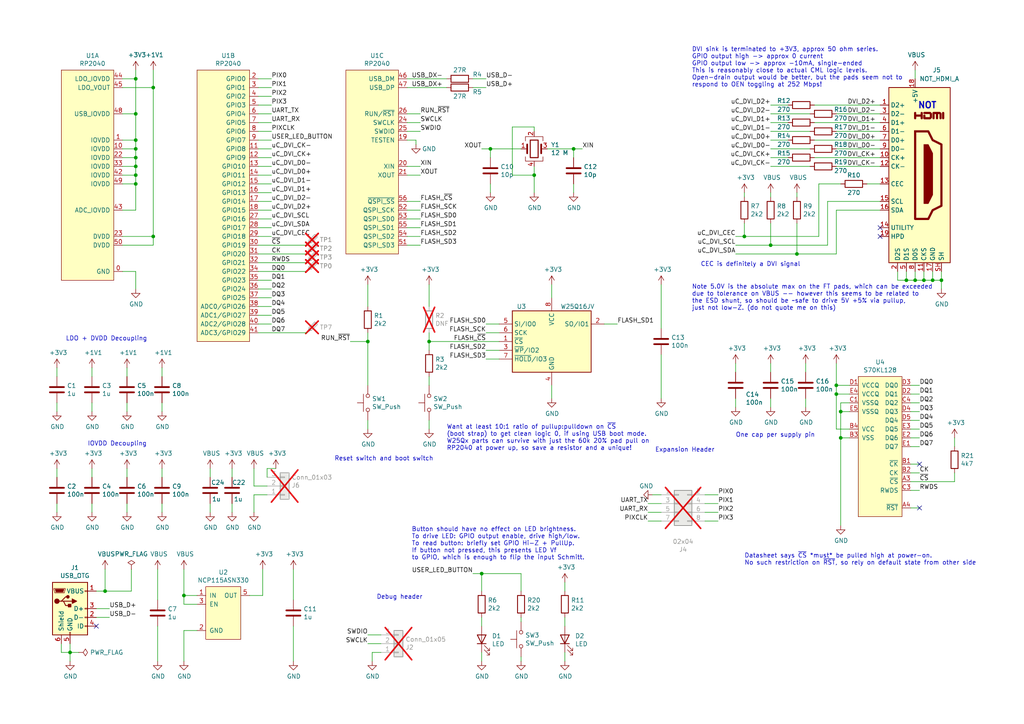
<source format=kicad_sch>
(kicad_sch (version 20231120) (generator "eeschema") (generator_version "8.0")
  (paper "A4")
  (title_block (title "PicoDVI") (date "2020-06-23") (rev "C") (company "Luke Wren") (comment 1 "but it's worth a try") (comment 2 "This is utterly cursed and probably won't ever work"))
  (junction (at 270.51 81.28))
  (junction (at 154.94 50.8))
  (junction (at 242.57 114.3))
  (junction (at 39.37 50.8))
  (junction (at 242.57 111.76))
  (junction (at 124.46 99.06))
  (junction (at 39.37 48.26))
  (junction (at 53.34 172.72))
  (junction (at 267.97 81.28))
  (junction (at 265.43 81.28))
  (junction (at 39.37 43.18))
  (junction (at 142.24 43.18))
  (junction (at 44.45 68.58))
  (junction (at 231.14 73.66))
  (junction (at 243.84 119.38))
  (junction (at 215.9 68.58))
  (junction (at 39.37 45.72))
  (junction (at 20.32 189.23))
  (junction (at 44.45 25.4))
  (junction (at 243.84 127))
  (junction (at 39.37 33.02))
  (junction (at 39.37 40.64))
  (junction (at 273.05 81.28))
  (junction (at 262.89 81.28))
  (junction (at 166.37 43.18))
  (junction (at 139.7 166.37))
  (junction (at 30.48 171.45))
  (junction (at 106.68 99.06))
  (junction (at 39.37 53.34))
  (junction (at 223.52 71.12))
  (junction (at 39.37 22.86))
  (no_connect (at 266.7 134.62))
  (no_connect (at 27.94 181.61))
  (no_connect (at 255.27 66.04))
  (no_connect (at 266.7 147.32))
  (no_connect (at 255.27 68.58))
  (wire (pts (xy 74.93 76.2) (xy 88.9 76.2)))
  (wire (pts (xy 106.68 186.69) (xy 110.49 186.69)))
  (wire (pts (xy 213.36 71.12) (xy 223.52 71.12)))
  (wire (pts (xy 191.77 148.59) (xy 187.96 148.59)))
  (wire (pts (xy 74.93 48.26) (xy 78.74 48.26)))
  (wire (pts (xy 38.1 165.1) (xy 38.1 171.45)))
  (wire (pts (xy 264.16 124.46) (xy 266.7 124.46)))
  (wire (pts (xy 26.67 146.05) (xy 26.67 148.59)))
  (wire (pts (xy 204.47 148.59) (xy 208.28 148.59)))
  (wire (pts (xy 39.37 78.74) (xy 39.37 83.82)))
  (wire (pts (xy 53.34 175.26) (xy 57.15 175.26)))
  (wire (pts (xy 16.51 146.05) (xy 16.51 148.59)))
  (wire (pts (xy 228.6 45.72) (xy 223.52 45.72)))
  (wire (pts (xy 144.78 104.14) (xy 140.97 104.14)))
  (wire (pts (xy 264.16 129.54) (xy 266.7 129.54)))
  (wire (pts (xy 36.83 138.43) (xy 36.83 135.89)))
  (wire (pts (xy 204.47 151.13) (xy 208.28 151.13)))
  (wire (pts (xy 242.57 124.46) (xy 246.38 124.46)))
  (wire (pts (xy 158.75 43.18) (xy 166.37 43.18)))
  (wire (pts (xy 118.11 68.58) (xy 121.92 68.58)))
  (wire (pts (xy 160.02 86.36) (xy 160.02 82.55)))
  (wire (pts (xy 106.68 184.15) (xy 110.49 184.15)))
  (wire (pts (xy 264.16 127) (xy 266.7 127)))
  (wire (pts (xy 35.56 45.72) (xy 39.37 45.72)))
  (wire (pts (xy 73.66 140.97) (xy 77.47 140.97)))
  (wire (pts (xy 46.99 109.22) (xy 46.99 106.68)))
  (wire (pts (xy 264.16 139.7) (xy 276.86 139.7)))
  (wire (pts (xy 74.93 88.9) (xy 78.74 88.9)))
  (wire (pts (xy 74.93 71.12) (xy 88.9 71.12)))
  (wire (pts (xy 276.86 139.7) (xy 276.86 137.16)))
  (wire (pts (xy 27.94 176.53) (xy 31.75 176.53)))
  (wire (pts (xy 35.56 22.86) (xy 39.37 22.86)))
  (wire (pts (xy 124.46 109.22) (xy 124.46 111.76)))
  (wire (pts (xy 74.93 25.4) (xy 78.74 25.4)))
  (wire (pts (xy 236.22 30.48) (xy 255.27 30.48)))
  (wire (pts (xy 231.14 64.77) (xy 231.14 73.66)))
  (wire (pts (xy 237.49 53.34) (xy 237.49 68.58)))
  (wire (pts (xy 255.27 38.1) (xy 242.57 38.1)))
  (wire (pts (xy 151.13 190.5) (xy 151.13 191.77)))
  (wire (pts (xy 228.6 40.64) (xy 223.52 40.64)))
  (wire (pts (xy 234.95 33.02) (xy 223.52 33.02)))
  (wire (pts (xy 74.93 53.34) (xy 78.74 53.34)))
  (wire (pts (xy 46.99 138.43) (xy 46.99 135.89)))
  (wire (pts (xy 223.52 55.88) (xy 223.52 57.15)))
  (wire (pts (xy 215.9 64.77) (xy 215.9 68.58)))
  (wire (pts (xy 118.11 50.8) (xy 121.92 50.8)))
  (wire (pts (xy 74.93 83.82) (xy 78.74 83.82)))
  (wire (pts (xy 234.95 38.1) (xy 223.52 38.1)))
  (wire (pts (xy 60.96 146.05) (xy 60.96 148.59)))
  (wire (pts (xy 73.66 135.89) (xy 73.66 140.97)))
  (wire (pts (xy 74.93 40.64) (xy 78.74 40.64)))
  (wire (pts (xy 39.37 40.64) (xy 39.37 43.18)))
  (wire (pts (xy 26.67 116.84) (xy 26.67 119.38)))
  (wire (pts (xy 74.93 58.42) (xy 78.74 58.42)))
  (wire (pts (xy 36.83 146.05) (xy 36.83 148.59)))
  (wire (pts (xy 60.96 138.43) (xy 60.96 135.89)))
  (wire (pts (xy 74.93 60.96) (xy 78.74 60.96)))
  (wire (pts (xy 74.93 63.5) (xy 78.74 63.5)))
  (wire (pts (xy 45.72 165.1) (xy 45.72 173.99)))
  (wire (pts (xy 44.45 71.12) (xy 44.45 68.58)))
  (wire (pts (xy 20.32 189.23) (xy 22.86 189.23)))
  (wire (pts (xy 124.46 99.06) (xy 124.46 101.6)))
  (wire (pts (xy 140.97 25.4) (xy 137.16 25.4)))
  (wire (pts (xy 148.59 36.83) (xy 148.59 50.8)))
  (wire (pts (xy 106.68 99.06) (xy 101.6 99.06)))
  (wire (pts (xy 57.15 182.88) (xy 53.34 182.88)))
  (wire (pts (xy 124.46 99.06) (xy 144.78 99.06)))
  (wire (pts (xy 16.51 116.84) (xy 16.51 119.38)))
  (wire (pts (xy 151.13 179.07) (xy 151.13 180.34)))
  (wire (pts (xy 139.7 189.23) (xy 139.7 191.77)))
  (wire (pts (xy 124.46 121.92) (xy 124.46 124.46)))
  (wire (pts (xy 163.83 179.07) (xy 163.83 181.61)))
  (wire (pts (xy 39.37 60.96) (xy 35.56 60.96)))
  (wire (pts (xy 73.66 143.51) (xy 73.66 148.59)))
  (wire (pts (xy 264.16 137.16) (xy 266.7 137.16)))
  (wire (pts (xy 204.47 143.51) (xy 208.28 143.51)))
  (wire (pts (xy 246.38 116.84) (xy 243.84 116.84)))
  (wire (pts (xy 46.99 146.05) (xy 46.99 148.59)))
  (wire (pts (xy 35.56 53.34) (xy 39.37 53.34)))
  (wire (pts (xy 191.77 151.13) (xy 187.96 151.13)))
  (wire (pts (xy 204.47 146.05) (xy 208.28 146.05)))
  (wire (pts (xy 255.27 33.02) (xy 242.57 33.02)))
  (wire (pts (xy 74.93 45.72) (xy 78.74 45.72)))
  (wire (pts (xy 191.77 143.51) (xy 189.23 143.51)))
  (wire (pts (xy 223.52 118.11) (xy 223.52 115.57)))
  (wire (pts (xy 57.15 172.72) (xy 53.34 172.72)))
  (wire (pts (xy 39.37 22.86) (xy 39.37 20.32)))
  (wire (pts (xy 142.24 43.18) (xy 142.24 45.72)))
  (wire (pts (xy 144.78 93.98) (xy 140.97 93.98)))
  (wire (pts (xy 35.56 48.26) (xy 39.37 48.26)))
  (wire (pts (xy 36.83 109.22) (xy 36.83 106.68)))
  (wire (pts (xy 27.94 179.07) (xy 31.75 179.07)))
  (wire (pts (xy 35.56 33.02) (xy 39.37 33.02)))
  (wire (pts (xy 246.38 114.3) (xy 242.57 114.3)))
  (wire (pts (xy 151.13 166.37) (xy 151.13 171.45)))
  (wire (pts (xy 273.05 81.28) (xy 273.05 83.82)))
  (wire (pts (xy 255.27 43.18) (xy 242.57 43.18)))
  (wire (pts (xy 264.16 111.76) (xy 266.7 111.76)))
  (wire (pts (xy 163.83 171.45) (xy 163.83 168.91)))
  (wire (pts (xy 36.83 116.84) (xy 36.83 119.38)))
  (wire (pts (xy 53.34 172.72) (xy 53.34 175.26)))
  (wire (pts (xy 151.13 43.18) (xy 142.24 43.18)))
  (wire (pts (xy 233.68 107.95) (xy 233.68 105.41)))
  (wire (pts (xy 53.34 182.88) (xy 53.34 191.77)))
  (wire (pts (xy 118.11 25.4) (xy 129.54 25.4)))
  (wire (pts (xy 106.68 82.55) (xy 106.68 88.9)))
  (wire (pts (xy 44.45 68.58) (xy 35.56 68.58)))
  (wire (pts (xy 262.89 78.74) (xy 262.89 81.28)))
  (wire (pts (xy 20.32 186.69) (xy 20.32 189.23)))
  (wire (pts (xy 74.93 33.02) (xy 78.74 33.02)))
  (wire (pts (xy 118.11 58.42) (xy 121.92 58.42)))
  (wire (pts (xy 166.37 43.18) (xy 166.37 45.72)))
  (wire (pts (xy 260.35 81.28) (xy 262.89 81.28)))
  (wire (pts (xy 246.38 127) (xy 243.84 127)))
  (wire (pts (xy 74.93 86.36) (xy 78.74 86.36)))
  (wire (pts (xy 154.94 48.26) (xy 154.94 50.8)))
  (wire (pts (xy 74.93 93.98) (xy 78.74 93.98)))
  (wire (pts (xy 39.37 53.34) (xy 39.37 60.96)))
  (wire (pts (xy 77.47 135.89) (xy 77.47 138.43)))
  (wire (pts (xy 118.11 48.26) (xy 121.92 48.26)))
  (wire (pts (xy 233.68 118.11) (xy 233.68 115.57)))
  (wire (pts (xy 223.52 71.12) (xy 240.03 71.12)))
  (wire (pts (xy 270.51 78.74) (xy 270.51 81.28)))
  (wire (pts (xy 139.7 179.07) (xy 139.7 181.61)))
  (wire (pts (xy 236.22 35.56) (xy 255.27 35.56)))
  (wire (pts (xy 236.22 40.64) (xy 255.27 40.64)))
  (wire (pts (xy 20.32 189.23) (xy 20.32 191.77)))
  (wire (pts (xy 124.46 99.06) (xy 124.46 96.52)))
  (wire (pts (xy 106.68 121.92) (xy 106.68 124.46)))
  (wire (pts (xy 163.83 189.23) (xy 163.83 191.77)))
  (wire (pts (xy 85.09 165.1) (xy 85.09 173.99)))
  (wire (pts (xy 213.36 105.41) (xy 213.36 107.95)))
  (wire (pts (xy 118.11 40.64) (xy 120.65 40.64)))
  (wire (pts (xy 67.31 146.05) (xy 67.31 148.59)))
  (wire (pts (xy 255.27 58.42) (xy 240.03 58.42)))
  (wire (pts (xy 265.43 78.74) (xy 265.43 81.28)))
  (wire (pts (xy 80.01 135.89) (xy 77.47 135.89)))
  (wire (pts (xy 39.37 43.18) (xy 35.56 43.18)))
  (wire (pts (xy 243.84 116.84) (xy 243.84 119.38)))
  (wire (pts (xy 74.93 68.58) (xy 78.74 68.58)))
  (wire (pts (xy 191.77 82.55) (xy 191.77 95.25)))
  (wire (pts (xy 39.37 50.8) (xy 39.37 48.26)))
  (wire (pts (xy 120.65 40.64) (xy 120.65 41.91)))
  (wire (pts (xy 242.57 114.3) (xy 242.57 124.46)))
  (wire (pts (xy 106.68 99.06) (xy 106.68 111.76)))
  (wire (pts (xy 67.31 138.43) (xy 67.31 135.89)))
  (wire (pts (xy 106.68 96.52) (xy 106.68 99.06)))
  (wire (pts (xy 16.51 109.22) (xy 16.51 106.68)))
  (wire (pts (xy 243.84 127) (xy 243.84 152.4)))
  (wire (pts (xy 255.27 60.96) (xy 242.57 60.96)))
  (wire (pts (xy 234.95 43.18) (xy 223.52 43.18)))
  (wire (pts (xy 118.11 22.86) (xy 129.54 22.86)))
  (wire (pts (xy 264.16 119.38) (xy 266.7 119.38)))
  (wire (pts (xy 236.22 45.72) (xy 255.27 45.72)))
  (wire (pts (xy 74.93 22.86) (xy 78.74 22.86)))
  (wire (pts (xy 137.16 22.86) (xy 140.97 22.86)))
  (wire (pts (xy 246.38 119.38) (xy 243.84 119.38)))
  (wire (pts (xy 118.11 35.56) (xy 121.92 35.56)))
  (wire (pts (xy 231.14 55.88) (xy 231.14 57.15)))
  (wire (pts (xy 17.78 189.23) (xy 20.32 189.23)))
  (wire (pts (xy 44.45 20.32) (xy 44.45 25.4)))
  (wire (pts (xy 265.43 22.86) (xy 265.43 20.32)))
  (wire (pts (xy 27.94 171.45) (xy 30.48 171.45)))
  (wire (pts (xy 264.16 116.84) (xy 266.7 116.84)))
  (wire (pts (xy 243.84 53.34) (xy 237.49 53.34)))
  (wire (pts (xy 267.97 78.74) (xy 267.97 81.28)))
  (wire (pts (xy 16.51 138.43) (xy 16.51 135.89)))
  (wire (pts (xy 242.57 114.3) (xy 242.57 111.76)))
  (wire (pts (xy 267.97 81.28) (xy 270.51 81.28)))
  (wire (pts (xy 74.93 38.1) (xy 78.74 38.1)))
  (wire (pts (xy 26.67 109.22) (xy 26.67 106.68)))
  (wire (pts (xy 175.26 93.98) (xy 179.07 93.98)))
  (wire (pts (xy 270.51 81.28) (xy 273.05 81.28)))
  (wire (pts (xy 273.05 78.74) (xy 273.05 81.28)))
  (wire (pts (xy 107.95 189.23) (xy 107.95 191.77)))
  (wire (pts (xy 39.37 45.72) (xy 39.37 43.18)))
  (wire (pts (xy 118.11 38.1) (xy 121.92 38.1)))
  (wire (pts (xy 30.48 171.45) (xy 30.48 165.1)))
  (wire (pts (xy 74.93 73.66) (xy 88.9 73.66)))
  (wire (pts (xy 74.93 35.56) (xy 78.74 35.56)))
  (wire (pts (xy 35.56 40.64) (xy 39.37 40.64)))
  (wire (pts (xy 240.03 58.42) (xy 240.03 71.12)))
  (wire (pts (xy 118.11 60.96) (xy 121.92 60.96)))
  (wire (pts (xy 35.56 50.8) (xy 39.37 50.8)))
  (wire (pts (xy 264.16 142.24) (xy 266.7 142.24)))
  (wire (pts (xy 74.93 30.48) (xy 78.74 30.48)))
  (wire (pts (xy 118.11 71.12) (xy 121.92 71.12)))
  (wire (pts (xy 35.56 78.74) (xy 39.37 78.74)))
  (wire (pts (xy 74.93 50.8) (xy 78.74 50.8)))
  (wire (pts (xy 139.7 166.37) (xy 139.7 171.45)))
  (wire (pts (xy 74.93 27.94) (xy 78.74 27.94)))
  (wire (pts (xy 228.6 30.48) (xy 223.52 30.48)))
  (wire (pts (xy 154.94 36.83) (xy 148.59 36.83)))
  (wire (pts (xy 26.67 138.43) (xy 26.67 135.89)))
  (wire (pts (xy 74.93 91.44) (xy 78.74 91.44)))
  (wire (pts (xy 264.16 134.62) (xy 266.7 134.62)))
  (wire (pts (xy 154.94 38.1) (xy 154.94 36.83)))
  (wire (pts (xy 74.93 81.28) (xy 78.74 81.28)))
  (wire (pts (xy 73.66 143.51) (xy 77.47 143.51)))
  (wire (pts (xy 215.9 55.88) (xy 215.9 57.15)))
  (wire (pts (xy 142.24 43.18) (xy 139.7 43.18)))
  (wire (pts (xy 160.02 111.76) (xy 160.02 115.57)))
  (wire (pts (xy 39.37 50.8) (xy 39.37 53.34)))
  (wire (pts (xy 265.43 81.28) (xy 267.97 81.28)))
  (wire (pts (xy 246.38 111.76) (xy 242.57 111.76)))
  (wire (pts (xy 144.78 96.52) (xy 140.97 96.52)))
  (wire (pts (xy 17.78 186.69) (xy 17.78 189.23)))
  (wire (pts (xy 118.11 66.04) (xy 121.92 66.04)))
  (wire (pts (xy 242.57 111.76) (xy 242.57 105.41)))
  (wire (pts (xy 242.57 60.96) (xy 242.57 73.66)))
  (wire (pts (xy 39.37 22.86) (xy 39.37 33.02)))
  (wire (pts (xy 44.45 25.4) (xy 35.56 25.4)))
  (wire (pts (xy 242.57 73.66) (xy 231.14 73.66)))
  (wire (pts (xy 166.37 43.18) (xy 168.91 43.18)))
  (wire (pts (xy 35.56 71.12) (xy 44.45 71.12)))
  (wire (pts (xy 45.72 181.61) (xy 45.72 191.77)))
  (wire (pts (xy 213.36 115.57) (xy 213.36 118.11)))
  (wire (pts (xy 38.1 171.45) (xy 30.48 171.45)))
  (wire (pts (xy 46.99 116.84) (xy 46.99 119.38)))
  (wire (pts (xy 191.77 146.05) (xy 187.96 146.05)))
  (wire (pts (xy 110.49 189.23) (xy 107.95 189.23)))
  (wire (pts (xy 44.45 25.4) (xy 44.45 68.58)))
  (wire (pts (xy 154.94 50.8) (xy 154.94 55.88)))
  (wire (pts (xy 264.16 147.32) (xy 266.7 147.32)))
  (wire (pts (xy 39.37 33.02) (xy 39.37 40.64)))
  (wire (pts (xy 74.93 43.18) (xy 78.74 43.18)))
  (wire (pts (xy 139.7 166.37) (xy 151.13 166.37)))
  (wire (pts (xy 124.46 88.9) (xy 124.46 82.55)))
  (wire (pts (xy 118.11 33.02) (xy 121.92 33.02)))
  (wire (pts (xy 76.2 172.72) (xy 76.2 165.1)))
  (wire (pts (xy 213.36 68.58) (xy 215.9 68.58)))
  (wire (pts (xy 228.6 35.56) (xy 223.52 35.56)))
  (wire (pts (xy 74.93 66.04) (xy 78.74 66.04)))
  (wire (pts (xy 74.93 96.52) (xy 88.9 96.52)))
  (wire (pts (xy 255.27 48.26) (xy 242.57 48.26)))
  (wire (pts (xy 166.37 53.34) (xy 166.37 55.88)))
  (wire (pts (xy 234.95 48.26) (xy 223.52 48.26)))
  (wire (pts (xy 276.86 129.54) (xy 276.86 127)))
  (wire (pts (xy 264.16 121.92) (xy 266.7 121.92)))
  (wire (pts (xy 85.09 181.61) (xy 85.09 191.77)))
  (wire (pts (xy 223.52 107.95) (xy 223.52 105.41)))
  (wire (pts (xy 237.49 68.58) (xy 215.9 68.58)))
  (wire (pts (xy 118.11 63.5) (xy 121.92 63.5)))
  (wire (pts (xy 53.34 172.72) (xy 53.34 165.1)))
  (wire (pts (xy 260.35 78.74) (xy 260.35 81.28)))
  (wire (pts (xy 231.14 73.66) (xy 213.36 73.66)))
  (wire (pts (xy 262.89 81.28) (xy 265.43 81.28)))
  (wire (pts (xy 223.52 64.77) (xy 223.52 71.12)))
  (wire (pts (xy 148.59 50.8) (xy 154.94 50.8)))
  (wire (pts (xy 264.16 114.3) (xy 266.7 114.3)))
  (wire (pts (xy 72.39 172.72) (xy 76.2 172.72)))
  (wire (pts (xy 74.93 55.88) (xy 78.74 55.88)))
  (wire (pts (xy 39.37 48.26) (xy 39.37 45.72)))
  (wire (pts (xy 191.77 102.87) (xy 191.77 115.57)))
  (wire (pts (xy 142.24 53.34) (xy 142.24 55.88)))
  (wire (pts (xy 139.7 166.37) (xy 137.16 166.37)))
  (wire (pts (xy 74.93 78.74) (xy 88.9 78.74)))
  (wire (pts (xy 243.84 119.38) (xy 243.84 127)))
  (wire (pts (xy 255.27 53.34) (xy 251.46 53.34)))
  (wire (pts (xy 144.78 101.6) (xy 140.97 101.6)))
  (text "Reset switch and boot switch" (at 125.73 133.858 0) (effects (font (size 1.27 1.27)) (justify right bottom)))
  (text "DVI sink is terminated to +3V3, approx 50 ohm series.\nGPIO output high -> approx 0 current\nGPIO output low -> approx -10mA, single-ended\nThis is reasonably close to actual CML logic levels.\nOpen-drain output would be better, but the pads seem not to\nrespond to OEN toggling at 252 Mbps!" (at 200.66 25.4 0) (effects (font (size 1.27 1.27)) (justify left bottom)))
  (text "Note 5.0V is the absolute max on the FT pads, which can be exceeded\ndue to tolerance on VBUS -- however this seems to be related to\nthe ESD shunt, so should be ~safe to drive 5V +5% via pullup,\njust not low-Z. (do not quote me on this)" (at 200.66 90.17 0) (effects (font (size 1.27 1.27)) (justify left bottom)))
  (text "Expansion Header" (at 189.992 131.318 0) (effects (font (size 1.27 1.27)) (justify left bottom)))
  (text "CEC is definitely a DVI signal" (at 203.2 77.47 0) (effects (font (size 1.27 1.27)) (justify left bottom)))
  (text "Debug header" (at 109.22 173.99 0) (effects (font (size 1.27 1.27)) (justify left bottom)))
  (text "One cap per supply pin" (at 213.36 127 0) (effects (font (size 1.27 1.27)) (justify left bottom)))
  (text "Button should have no effect on LED brightness.\nTo drive LED: GPIO output enable, drive high/low.\nTo read button: briefly set GPIO Hi-Z + PullUp.\nIf button not pressed, this presents LED Vf\nto GPIO, which is enough to flip the input Schmitt." (at 119.38 162.56 0) (effects (font (size 1.27 1.27)) (justify left bottom)))
  (text "NOT" (at 271.78 31.75 0) (effects (font (size 1.8034 1.8034) (thickness 0.3607) (bold yes)) (justify right bottom)))
  (text "IOVDD Decoupling" (at 25.4 129.54 0) (effects (font (size 1.27 1.27)) (justify left bottom)))
  (text "Want at least 10:1 ratio of pullup:pulldown on ~{CS}\n(boot strap) to get clean logic 0, if using USB boot mode.\nW25Qx parts can survive with just the 60k 20% pad pull on\nRP2040 at power up, so save a resistor and a unique!" (at 129.54 130.81 0) (effects (font (size 1.27 1.27)) (justify left bottom)))
  (text "LDO + DVDD Decoupling" (at 19.05 99.06 0) (effects (font (size 1.27 1.27)) (justify left bottom)))
  (text "Datasheet says ~{CS} *must* be pulled high at power-on.\nNo such restriction on ~{RST}, so rely on default state from other side" (at 215.9 164.084 0) (effects (font (size 1.27 1.27)) (justify left bottom)))
  (label "DQ3" (at 266.7 119.38 0))
  (label "XOUT" (at 139.7 43.18 180))
  (label "PIX3" (at 208.28 151.13 0))
  (label "uC_DVI_D1-" (at 223.52 38.1 180))
  (label "DVI_D1-" (at 254 38.1 180))
  (label "DQ3" (at 78.74 86.36 0))
  (label "DQ2" (at 78.74 83.82 0))
  (label "uC_DVI_D2+" (at 78.74 60.96 0))
  (label "FLASH_SD2" (at 140.97 101.6 180))
  (label "RWDS" (at 266.7 142.24 0))
  (label "PIX2" (at 78.74 27.94 0))
  (label "PIX1" (at 208.28 146.05 0))
  (label "uC_DVI_SCL" (at 78.74 63.5 0))
  (label "uC_DVI_CK+" (at 223.52 45.72 180))
  (label "FLASH_~{CS}" (at 140.97 99.06 180))
  (label "FLASH_~{CS}" (at 121.92 58.42 0))
  (label "uC_DVI_SDA" (at 78.74 66.04 0))
  (label "FLASH_SCK" (at 121.92 60.96 0))
  (label "FLASH_SCK" (at 140.97 96.52 180))
  (label "PIX1" (at 78.74 25.4 0))
  (label "PIXCLK" (at 187.96 151.13 180))
  (label "uC_DVI_CK-" (at 78.74 43.18 0))
  (label "DQ6" (at 78.74 93.98 0))
  (label "DQ0" (at 78.74 78.74 0))
  (label "uC_DVI_D2-" (at 223.52 33.02 180))
  (label "uC_DVI_CEC" (at 213.36 68.58 180))
  (label "DVI_D1+" (at 254 35.56 180))
  (label "DQ7" (at 78.74 96.52 0))
  (label "DQ4" (at 266.7 121.92 0))
  (label "DQ4" (at 78.74 88.9 0))
  (label "FLASH_SD0" (at 140.97 93.98 180))
  (label "uC_DVI_D1+" (at 223.52 35.56 180))
  (label "DVI_D2+" (at 254 30.48 180))
  (label "USER_LED_BUTTON" (at 137.16 166.37 180))
  (label "RUN_~{RST}" (at 121.92 33.02 0))
  (label "DQ5" (at 266.7 124.46 0))
  (label "PIX0" (at 78.74 22.86 0))
  (label "USB_D-" (at 140.97 22.86 0))
  (label "FLASH_SD0" (at 121.92 63.5 0))
  (label "DVI_D0-" (at 254 43.18 180))
  (label "DQ7" (at 266.7 129.54 0))
  (label "SWCLK" (at 106.68 186.69 180))
  (label "uC_DVI_CEC" (at 78.74 68.58 0))
  (label "~{CS}" (at 78.74 71.12 0))
  (label "DQ0" (at 266.7 111.76 0))
  (label "uC_DVI_SDA" (at 213.36 73.66 180))
  (label "uC_DVI_D1-" (at 78.74 53.34 0))
  (label "XIN" (at 168.91 43.18 0))
  (label "uC_DVI_D0+" (at 78.74 50.8 0))
  (label "FLASH_SD1" (at 179.07 93.98 0))
  (label "CK" (at 78.74 73.66 0))
  (label "USB_DX-" (at 119.38 22.86 0))
  (label "uC_DVI_D0-" (at 223.52 43.18 180))
  (label "DVI_D0+" (at 254 40.64 180))
  (label "uC_DVI_SCL" (at 213.36 71.12 180))
  (label "USB_DX+" (at 119.38 25.4 0))
  (label "SWDIO" (at 106.68 184.15 180))
  (label "DQ6" (at 266.7 127 0))
  (label "USB_D+" (at 31.75 176.53 0))
  (label "FLASH_SD3" (at 140.97 104.14 180))
  (label "DQ2" (at 266.7 116.84 0))
  (label "uC_DVI_D1+" (at 78.74 55.88 0))
  (label "~{CS}" (at 266.7 139.7 0))
  (label "uC_DVI_D0-" (at 78.74 48.26 0))
  (label "RUN_~{RST}" (at 101.6 99.06 180))
  (label "uC_DVI_CK-" (at 223.52 48.26 180))
  (label "SWDIO" (at 121.92 38.1 0))
  (label "USB_D-" (at 31.75 179.07 0))
  (label "UART_TX" (at 187.96 146.05 180))
  (label "FLASH_SD1" (at 121.92 66.04 0))
  (label "DQ1" (at 78.74 81.28 0))
  (label "FLASH_SD3" (at 121.92 71.12 0))
  (label "UART_RX" (at 187.96 148.59 180))
  (label "uC_DVI_D2+" (at 223.52 30.48 180))
  (label "DVI_CK+" (at 254 45.72 180))
  (label "PIX0" (at 208.28 143.51 0))
  (label "uC_DVI_CK+" (at 78.74 45.72 0))
  (label "USB_D+" (at 140.97 25.4 0))
  (label "DVI_D2-" (at 254 33.02 180))
  (label "PIXCLK" (at 78.74 38.1 0))
  (label "FLASH_SD2" (at 121.92 68.58 0))
  (label "PIX3" (at 78.74 30.48 0))
  (label "RWDS" (at 78.74 76.2 0))
  (label "DVI_CK-" (at 254 48.26 180))
  (label "UART_TX" (at 78.74 33.02 0))
  (label "XOUT" (at 121.92 50.8 0))
  (label "XIN" (at 121.92 48.26 0))
  (label "DQ5" (at 78.74 91.44 0))
  (label "USER_LED_BUTTON" (at 78.74 40.64 0))
  (label "uC_DVI_D0+" (at 223.52 40.64 180))
  (label "SWCLK" (at 121.92 35.56 0))
  (label "DQ1" (at 266.7 114.3 0))
  (label "PIX2" (at 208.28 148.59 0))
  (label "UART_RX" (at 78.74 35.56 0))
  (label "uC_DVI_D2-" (at 78.74 58.42 0))
  (label "CK" (at 266.7 137.16 0))
  (symbol (lib_id "protoB-rescue:Pico2040-picodvi") (at 25.4 20.32 0) (unit 1)
    (property "Reference" "U1" (at 26.8224 16.129 0))
    (property "Value" "RP2040" (at 26.8224 18.4404 0))
    (property "Footprint" "picodvi:QFN-56_EP_7x7_Pitch0.4mm" (effects (hide yes)))
    (property "Datasheet" "https://www.mouser.pl/datasheet/2/635/rp2040_datasheet-3048960.pdf" (effects (hide yes)))
    (property "Distributor Link" "https://mou.sr/3yzMLAh" (effects (hide yes)))
    (property "Manuf. PN" "SC0914(13)" (effects (hide yes)))
    (property "Manufacturer" "Raspberry Pi" (effects (hide yes)))
  )
  (symbol (lib_id "protoB-rescue:Pico2040-picodvi") (at 64.77 20.32 0) (unit 2)
    (property "Reference" "U1" (at 66.1924 16.129 0))
    (property "Value" "RP2040" (at 66.1924 18.4404 0))
    (property "Footprint" "picodvi:QFN-56_EP_7x7_Pitch0.4mm" (effects (hide yes)))
    (property "Datasheet" "https://www.mouser.pl/datasheet/2/635/rp2040_datasheet-3048960.pdf" (effects (hide yes)))
    (property "Distributor Link" "https://mou.sr/3yzMLAh" (effects (hide yes)))
    (property "Manuf. PN" "SC0914(13)" (effects (hide yes)))
    (property "Manufacturer" "Raspberry Pi" (effects (hide yes)))
  )
  (symbol (lib_id "protoB-rescue:Pico2040-picodvi") (at 107.95 20.32 0) (unit 3)
    (property "Reference" "U1" (at 109.3724 16.129 0))
    (property "Value" "RP2040" (at 109.3724 18.4404 0))
    (property "Footprint" "picodvi:QFN-56_EP_7x7_Pitch0.4mm" (effects (hide yes)))
    (property "Datasheet" "https://www.mouser.pl/datasheet/2/635/rp2040_datasheet-3048960.pdf" (effects (hide yes)))
    (property "Distributor Link" "https://mou.sr/3yzMLAh" (effects (hide yes)))
    (property "Manuf. PN" "SC0914(13)" (effects (hide yes)))
    (property "Manufacturer" "Raspberry Pi" (effects (hide yes)))
  )
  (symbol (lib_id "Connector:HDMI_A") (at 265.43 50.8 0) (unit 1)
    (property "Reference" "J5" (at 270.51 20.32 0) (effects (justify left)))
    (property "Value" "NOT_HDMI_A" (at 266.7 22.86 0) (effects (justify left)))
    (property "Footprint" "picodvi:HDMI-SS-53000" (effects (hide yes)))
    (property "Datasheet" "https://www.mouser.pl/datasheet/2/643/dr_stw_ss_53000_001-1659723.pdf" (effects (hide yes)))
    (property "Distributor Link" "https://mou.sr/3yy3Z0K" (effects (hide yes)))
    (property "Manuf. PN" "SS-53000-001" (effects (hide yes)))
    (property "Manufacturer" "Stewart Connector / Bel" (effects (hide yes)))
  )
  (symbol (lib_id "protoB-rescue:VBUS-power") (at 265.43 20.32 0) (unit 1)
    (property "Reference" "#PWR0101" (effects (hide yes)))
    (property "Value" "VBUS" (at 265.811 15.9258 0))
  )
  (symbol (lib_id "protoB-rescue:GND-power") (at 273.05 83.82 0) (unit 1)
    (property "Reference" "#PWR0102" (effects (hide yes)))
    (property "Value" "GND" (at 273.177 88.2142 0))
  )
  (symbol (lib_id "Device:R") (at 247.65 53.34 270) (unit 1)
    (property "Reference" "R10" (at 247.65 50.8 90))
    (property "Value" "270" (at 247.65 55.88 90))
    (property "Footprint" "Resistor_SMD:R_0402_1005Metric" (effects (hide yes)))
    (property "Datasheet" "https://www.mouser.pl/datasheet/2/315/AOA0000C301-1488782.pdf" (effects (hide yes)))
    (property "Distributor Link" "https://mou.sr/3R2dc7N" (effects (hide yes)))
    (property "Manuf. PN" "ERJ-2GEJ271X" (effects (hide yes)))
    (property "Manufacturer" "Panasonic" (effects (hide yes)))
  )
  (symbol (lib_id "Device:R") (at 231.14 60.96 0) (unit 1)
    (property "Reference" "R9" (at 232.918 59.7916 0) (effects (justify left)))
    (property "Value" "2k2" (at 232.918 62.103 0) (effects (justify left)))
    (property "Footprint" "Resistor_SMD:R_0402_1005Metric" (effects (hide yes)))
    (property "Datasheet" "https://www.mouser.pl/datasheet/2/315/AOA0000C301-1488782.pdf" (effects (hide yes)))
    (property "Distributor Link" "https://mou.sr/3Ko4NYx" (effects (hide yes)))
    (property "Manuf. PN" "ERJ-2GEJ222X" (effects (hide yes)))
    (property "Manufacturer" "Panasonic" (effects (hide yes)))
  )
  (symbol (lib_id "Device:R") (at 223.52 60.96 0) (unit 1)
    (property "Reference" "R8" (at 225.298 59.7916 0) (effects (justify left)))
    (property "Value" "2k2" (at 225.298 62.103 0) (effects (justify left)))
    (property "Footprint" "Resistor_SMD:R_0402_1005Metric" (effects (hide yes)))
    (property "Datasheet" "https://www.mouser.pl/datasheet/2/315/AOA0000C301-1488782.pdf" (effects (hide yes)))
    (property "Distributor Link" "https://mou.sr/3Ko4NYx" (effects (hide yes)))
    (property "Manuf. PN" "ERJ-2GEJ222X" (effects (hide yes)))
    (property "Manufacturer" "Panasonic" (effects (hide yes)))
  )
  (symbol (lib_id "Device:R") (at 215.9 60.96 0) (unit 1)
    (property "Reference" "R7" (at 217.678 59.7916 0) (effects (justify left)))
    (property "Value" "2k2" (at 217.678 62.103 0) (effects (justify left)))
    (property "Footprint" "Resistor_SMD:R_0402_1005Metric" (effects (hide yes)))
    (property "Datasheet" "https://www.mouser.pl/datasheet/2/315/AOA0000C301-1488782.pdf" (effects (hide yes)))
    (property "Distributor Link" "https://mou.sr/3Ko4NYx" (effects (hide yes)))
    (property "Manuf. PN" "ERJ-2GEJ222X" (effects (hide yes)))
    (property "Manufacturer" "Panasonic" (effects (hide yes)))
  )
  (symbol (lib_id "protoB-rescue:+3V3-power") (at 215.9 55.88 0) (unit 1)
    (property "Reference" "#PWR0103" (effects (hide yes)))
    (property "Value" "+3V3" (at 216.281 51.4858 0))
  )
  (symbol (lib_id "protoB-rescue:+3V3-power") (at 39.37 20.32 0) (unit 1)
    (property "Reference" "#PWR0104" (effects (hide yes)))
    (property "Value" "+3V3" (at 39.751 15.9258 0))
  )
  (symbol (lib_id "protoB-rescue:+1V1-power") (at 44.45 20.32 0) (unit 1)
    (property "Reference" "#PWR0105" (effects (hide yes)))
    (property "Value" "+1V1" (at 44.831 15.9258 0))
  )
  (symbol (lib_id "protoB-rescue:GND-power") (at 39.37 83.82 0) (unit 1)
    (property "Reference" "#PWR0106" (effects (hide yes)))
    (property "Value" "GND" (at 39.497 88.2142 0))
  )
  (symbol (lib_id "protoB-rescue:GND-power") (at 120.65 41.91 0) (unit 1)
    (property "Reference" "#PWR0107" (effects (hide yes)))
    (property "Value" "GND" (at 124.46 43.18 0))
  )
  (symbol (lib_id "Device:C") (at 16.51 113.03 0) (unit 1)
    (property "Reference" "C1" (at 19.431 111.8616 0) (effects (justify left)))
    (property "Value" "1u" (at 19.431 114.173 0) (effects (justify left)))
    (property "Footprint" "Capacitor_SMD:C_0402_1005Metric" (effects (hide yes)))
    (property "Datasheet" "https://www.mouser.pl/datasheet/2/585/MLCC-1837944.pdf" (effects (hide yes)))
    (property "Distributor Link" "https://mou.sr/4bECjGk" (effects (hide yes)))
    (property "Manuf. PN" "CL05A105KP5NNNC" (effects (hide yes)))
    (property "Manufacturer" "Samsung Electro-Mechanics" (effects (hide yes)))
  )
  (symbol (lib_id "protoB-rescue:+3V3-power") (at 16.51 106.68 0) (unit 1)
    (property "Reference" "#PWR0108" (effects (hide yes)))
    (property "Value" "+3V3" (at 16.891 102.2858 0))
  )
  (symbol (lib_id "protoB-rescue:GND-power") (at 16.51 119.38 0) (unit 1)
    (property "Reference" "#PWR0109" (effects (hide yes)))
    (property "Value" "GND" (at 16.637 123.7742 0))
  )
  (symbol (lib_id "Device:C") (at 26.67 113.03 0) (unit 1)
    (property "Reference" "C3" (at 29.591 111.8616 0) (effects (justify left)))
    (property "Value" "1u" (at 29.591 114.173 0) (effects (justify left)))
    (property "Footprint" "Capacitor_SMD:C_0402_1005Metric" (effects (hide yes)))
    (property "Datasheet" "https://www.mouser.pl/datasheet/2/585/MLCC-1837944.pdf" (effects (hide yes)))
    (property "Distributor Link" "https://mou.sr/4bECjGk" (effects (hide yes)))
    (property "Manuf. PN" "CL05A105KP5NNNC" (effects (hide yes)))
    (property "Manufacturer" "Samsung Electro-Mechanics" (effects (hide yes)))
  )
  (symbol (lib_id "protoB-rescue:GND-power") (at 26.67 119.38 0) (unit 1)
    (property "Reference" "#PWR0110" (effects (hide yes)))
    (property "Value" "GND" (at 26.797 123.7742 0))
  )
  (symbol (lib_id "protoB-rescue:+1V1-power") (at 26.67 106.68 0) (unit 1)
    (property "Reference" "#PWR0111" (effects (hide yes)))
    (property "Value" "+1V1" (at 27.051 102.2858 0))
  )
  (symbol (lib_id "Device:C") (at 36.83 113.03 0) (unit 1)
    (property "Reference" "C5" (at 39.751 111.8616 0) (effects (justify left)))
    (property "Value" "100n" (at 39.751 114.173 0) (effects (justify left)))
    (property "Footprint" "Capacitor_SMD:C_0402_1005Metric" (effects (hide yes)))
    (property "Datasheet" "https://www.mouser.pl/datasheet/2/585/MLCC-1837944.pdf" (effects (hide yes)))
    (property "Distributor Link" "https://mou.sr/3KdZBGS" (effects (hide yes)))
    (property "Manuf. PN" "CL05A104KP5NNND" (effects (hide yes)))
    (property "Manufacturer" "Samsung Electro-Mechanics" (effects (hide yes)))
  )
  (symbol (lib_id "protoB-rescue:GND-power") (at 36.83 119.38 0) (unit 1)
    (property "Reference" "#PWR0112" (effects (hide yes)))
    (property "Value" "GND" (at 36.957 123.7742 0))
  )
  (symbol (lib_id "protoB-rescue:+1V1-power") (at 36.83 106.68 0) (unit 1)
    (property "Reference" "#PWR0113" (effects (hide yes)))
    (property "Value" "+1V1" (at 37.211 102.2858 0))
  )
  (symbol (lib_id "Device:C") (at 46.99 113.03 0) (unit 1)
    (property "Reference" "C8" (at 49.911 111.8616 0) (effects (justify left)))
    (property "Value" "100n" (at 49.911 114.173 0) (effects (justify left)))
    (property "Footprint" "Capacitor_SMD:C_0402_1005Metric" (effects (hide yes)))
    (property "Datasheet" "https://www.mouser.pl/datasheet/2/585/MLCC-1837944.pdf" (effects (hide yes)))
    (property "Distributor Link" "https://mou.sr/3KdZBGS" (effects (hide yes)))
    (property "Manuf. PN" "CL05A104KP5NNND" (effects (hide yes)))
    (property "Manufacturer" "Samsung Electro-Mechanics" (effects (hide yes)))
  )
  (symbol (lib_id "protoB-rescue:GND-power") (at 46.99 119.38 0) (unit 1)
    (property "Reference" "#PWR0114" (effects (hide yes)))
    (property "Value" "GND" (at 47.117 123.7742 0))
  )
  (symbol (lib_id "protoB-rescue:+1V1-power") (at 46.99 106.68 0) (unit 1)
    (property "Reference" "#PWR0115" (effects (hide yes)))
    (property "Value" "+1V1" (at 47.371 102.2858 0))
  )
  (symbol (lib_id "Device:C") (at 16.51 142.24 0) (unit 1)
    (property "Reference" "C2" (at 19.431 141.0716 0) (effects (justify left)))
    (property "Value" "100n" (at 19.431 143.383 0) (effects (justify left)))
    (property "Footprint" "Capacitor_SMD:C_0402_1005Metric" (effects (hide yes)))
    (property "Datasheet" "https://www.mouser.pl/datasheet/2/585/MLCC-1837944.pdf" (effects (hide yes)))
    (property "Distributor Link" "https://mou.sr/3KdZBGS" (effects (hide yes)))
    (property "Manuf. PN" "CL05A104KP5NNND" (effects (hide yes)))
    (property "Manufacturer" "Samsung Electro-Mechanics" (effects (hide yes)))
  )
  (symbol (lib_id "protoB-rescue:GND-power") (at 16.51 148.59 0) (unit 1)
    (property "Reference" "#PWR0116" (effects (hide yes)))
    (property "Value" "GND" (at 16.637 152.9842 0))
  )
  (symbol (lib_id "protoB-rescue:+3V3-power") (at 16.51 135.89 0) (unit 1)
    (property "Reference" "#PWR0117" (effects (hide yes)))
    (property "Value" "+3V3" (at 16.891 131.4958 0))
  )
  (symbol (lib_id "Device:C") (at 26.67 142.24 0) (unit 1)
    (property "Reference" "C4" (at 29.591 141.0716 0) (effects (justify left)))
    (property "Value" "100n" (at 29.591 143.383 0) (effects (justify left)))
    (property "Footprint" "Capacitor_SMD:C_0402_1005Metric" (effects (hide yes)))
    (property "Datasheet" "https://www.mouser.pl/datasheet/2/585/MLCC-1837944.pdf" (effects (hide yes)))
    (property "Distributor Link" "https://mou.sr/3KdZBGS" (effects (hide yes)))
    (property "Manuf. PN" "CL05A104KP5NNND" (effects (hide yes)))
    (property "Manufacturer" "Samsung Electro-Mechanics" (effects (hide yes)))
  )
  (symbol (lib_id "protoB-rescue:GND-power") (at 26.67 148.59 0) (unit 1)
    (property "Reference" "#PWR0118" (effects (hide yes)))
    (property "Value" "GND" (at 26.797 152.9842 0))
  )
  (symbol (lib_id "protoB-rescue:+3V3-power") (at 26.67 135.89 0) (unit 1)
    (property "Reference" "#PWR0119" (effects (hide yes)))
    (property "Value" "+3V3" (at 27.051 131.4958 0))
  )
  (symbol (lib_id "Device:C") (at 36.83 142.24 0) (unit 1)
    (property "Reference" "C6" (at 39.751 141.0716 0) (effects (justify left)))
    (property "Value" "100n" (at 39.751 143.383 0) (effects (justify left)))
    (property "Footprint" "Capacitor_SMD:C_0402_1005Metric" (effects (hide yes)))
    (property "Datasheet" "https://www.mouser.pl/datasheet/2/585/MLCC-1837944.pdf" (effects (hide yes)))
    (property "Distributor Link" "https://mou.sr/3KdZBGS" (effects (hide yes)))
    (property "Manuf. PN" "CL05A104KP5NNND" (effects (hide yes)))
    (property "Manufacturer" "Samsung Electro-Mechanics" (effects (hide yes)))
  )
  (symbol (lib_id "protoB-rescue:GND-power") (at 36.83 148.59 0) (unit 1)
    (property "Reference" "#PWR0120" (effects (hide yes)))
    (property "Value" "GND" (at 36.957 152.9842 0))
  )
  (symbol (lib_id "protoB-rescue:+3V3-power") (at 36.83 135.89 0) (unit 1)
    (property "Reference" "#PWR0121" (effects (hide yes)))
    (property "Value" "+3V3" (at 37.211 131.4958 0))
  )
  (symbol (lib_id "Device:C") (at 46.99 142.24 0) (unit 1)
    (property "Reference" "C9" (at 49.911 141.0716 0) (effects (justify left)))
    (property "Value" "100n" (at 49.911 143.383 0) (effects (justify left)))
    (property "Footprint" "Capacitor_SMD:C_0402_1005Metric" (effects (hide yes)))
    (property "Datasheet" "https://www.mouser.pl/datasheet/2/585/MLCC-1837944.pdf" (effects (hide yes)))
    (property "Distributor Link" "https://mou.sr/3KdZBGS" (effects (hide yes)))
    (property "Manuf. PN" "CL05A104KP5NNND" (effects (hide yes)))
    (property "Manufacturer" "Samsung Electro-Mechanics" (effects (hide yes)))
  )
  (symbol (lib_id "protoB-rescue:GND-power") (at 46.99 148.59 0) (unit 1)
    (property "Reference" "#PWR0122" (effects (hide yes)))
    (property "Value" "GND" (at 47.117 152.9842 0))
  )
  (symbol (lib_id "protoB-rescue:+3V3-power") (at 46.99 135.89 0) (unit 1)
    (property "Reference" "#PWR0123" (effects (hide yes)))
    (property "Value" "+3V3" (at 47.371 131.4958 0))
  )
  (symbol (lib_id "protoB-rescue:GND-power") (at 189.23 143.51 270) (unit 1)
    (property "Reference" "#PWR0126" (effects (hide yes)))
    (property "Value" "GND" (at 187.452 140.97 90))
  )
  (symbol (lib_id "Connector_Generic:Conn_02x04_Odd_Even") (at 196.85 146.05 0) (unit 1) (dnp yes)
    (property "Reference" "J4" (at 198.12 159.385 0))
    (property "Value" "02x04" (at 198.12 157.0736 0))
    (property "Footprint" "Connector_PinHeader_2.54mm:PinHeader_2x04_P2.54mm_Vertical" (effects (hide yes)))
    (property "Description" "Generic connector, double row, 02x04, odd/even pin numbering scheme (row 1 odd numbers, row 2 even numbers), script generated (kicad-library-utils/schlib/autogen/connector/)" (effects (hide yes)))
  )
  (symbol (lib_id "Device:LED") (at 139.7 185.42 90) (unit 1)
    (property "Reference" "D1" (at 142.6718 184.4548 90) (effects (justify right)))
    (property "Value" "LED" (at 142.6718 186.7662 90) (effects (justify right)))
    (property "Footprint" "LED_SMD:LED_0805_2012Metric" (effects (hide yes)))
    (property "Datasheet" "https://look.ams-osram.com/m/2da6f2ceeebf8fac/original/LG-R971.pdf" (effects (hide yes)))
    (property "Distributor Link" "https://mou.sr/4bR62v3" (effects (hide yes)))
    (property "Manuf. PN" "LG R971-KN-1" (effects (hide yes)))
    (property "Manufacturer" "ams OSRAM" (effects (hide yes)))
  )
  (symbol (lib_id "Device:R") (at 139.7 175.26 0) (unit 1)
    (property "Reference" "R6" (at 141.478 174.0916 0) (effects (justify left)))
    (property "Value" "2k2" (at 141.478 176.403 0) (effects (justify left)))
    (property "Footprint" "Resistor_SMD:R_0402_1005Metric" (effects (hide yes)))
    (property "Datasheet" "https://www.mouser.pl/datasheet/2/315/AOA0000C301-1488782.pdf" (effects (hide yes)))
    (property "Distributor Link" "https://mou.sr/3Ko4NYx" (effects (hide yes)))
    (property "Manuf. PN" "ERJ-2GEJ222X" (effects (hide yes)))
    (property "Manufacturer" "Panasonic" (effects (hide yes)))
  )
  (symbol (lib_id "protoB-rescue:GND-power") (at 139.7 191.77 0) (unit 1)
    (property "Reference" "#PWR0132" (effects (hide yes)))
    (property "Value" "GND" (at 139.827 196.1642 0))
  )
  (symbol (lib_id "protoB-rescue:AT25SF081-XMHD-X-Memory_Flash") (at 160.02 99.06 0) (unit 1)
    (property "Reference" "U3" (at 149.86 88.9 0) (effects (justify left)))
    (property "Value" "W25Q16JV" (at 162.56 88.9 0) (effects (justify left)))
    (property "Footprint" "Package_SON:WSON-8-1EP_6x5mm_P1.27mm_EP3.4x4mm" (effects (hide yes)))
    (property "Datasheet" "https://www.adestotech.com/wp-content/uploads/DS-AT25SF081_045.pdf" (effects (hide yes)))
    (property "Distributor Link" "https://mou.sr/3QZBQWG" (effects (hide yes)))
    (property "Manuf. PN" "W25Q16JVZPIM" (effects (hide yes)))
    (property "Manufacturer" "Winbond" (effects (hide yes)))
  )
  (symbol (lib_id "protoB-rescue:GND-power") (at 160.02 115.57 0) (unit 1)
    (property "Reference" "#PWR0133" (effects (hide yes)))
    (property "Value" "GND" (at 160.147 119.9642 0))
  )
  (symbol (lib_id "protoB-rescue:+3V3-power") (at 160.02 82.55 0) (unit 1)
    (property "Reference" "#PWR0134" (effects (hide yes)))
    (property "Value" "+3V3" (at 160.401 78.1558 0))
  )
  (symbol (lib_id "Device:C") (at 67.31 142.24 0) (unit 1)
    (property "Reference" "C22" (at 67.31 139.954 0) (effects (justify left)))
    (property "Value" "1u" (at 67.818 144.78 0) (effects (justify left)))
    (property "Footprint" "Capacitor_SMD:C_0402_1005Metric" (effects (hide yes)))
    (property "Datasheet" "https://www.mouser.pl/datasheet/2/585/MLCC-1837944.pdf" (effects (hide yes)))
    (property "Distributor Link" "https://mou.sr/4bECjGk" (effects (hide yes)))
    (property "Manuf. PN" "CL05A105KP5NNNC" (effects (hide yes)))
    (property "Manufacturer" "Samsung Electro-Mechanics" (effects (hide yes)))
  )
  (symbol (lib_id "protoB-rescue:+3V3-power") (at 67.31 135.89 0) (unit 1)
    (property "Reference" "#PWR0137" (effects (hide yes)))
    (property "Value" "+3V3" (at 67.691 131.4958 0))
  )
  (symbol (lib_id "protoB-rescue:GND-power") (at 67.31 148.59 0) (unit 1)
    (property "Reference" "#PWR0138" (effects (hide yes)))
    (property "Value" "GND" (at 67.437 152.9842 0))
  )
  (symbol (lib_id "Device:R") (at 124.46 92.71 0) (unit 1) (dnp yes)
    (property "Reference" "R2" (at 126.238 91.5416 0) (effects (justify left)))
    (property "Value" "DNF" (at 126.238 93.853 0) (effects (justify left)))
    (property "Footprint" "Resistor_SMD:R_0402_1005Metric" (effects (hide yes)))
  )
  (symbol (lib_id "Device:R") (at 124.46 105.41 0) (unit 1)
    (property "Reference" "R3" (at 126.238 104.2416 0) (effects (justify left)))
    (property "Value" "2k2" (at 126.238 106.553 0) (effects (justify left)))
    (property "Footprint" "Resistor_SMD:R_0402_1005Metric" (effects (hide yes)))
    (property "Datasheet" "https://www.mouser.pl/datasheet/2/315/AOA0000C301-1488782.pdf" (effects (hide yes)))
    (property "Distributor Link" "https://mou.sr/3Ko4NYx" (effects (hide yes)))
    (property "Manuf. PN" "ERJ-2GEJ222X" (effects (hide yes)))
    (property "Manufacturer" "Panasonic" (effects (hide yes)))
  )
  (symbol (lib_id "protoB-rescue:GND-power") (at 124.46 124.46 0) (unit 1)
    (property "Reference" "#PWR0139" (effects (hide yes)))
    (property "Value" "GND" (at 124.587 128.8542 0))
  )
  (symbol (lib_id "protoB-rescue:+3V3-power") (at 124.46 82.55 0) (unit 1)
    (property "Reference" "#PWR0140" (effects (hide yes)))
    (property "Value" "+3V3" (at 124.841 78.1558 0))
  )
  (symbol (lib_id "Switch:SW_Push") (at 124.46 116.84 90) (unit 1)
    (property "Reference" "SW2" (at 125.6792 115.6716 90) (effects (justify right)))
    (property "Value" "SW_Push" (at 125.6792 117.983 90) (effects (justify right)))
    (property "Footprint" "picodvi:SW_SPST_PTS815" (effects (hide yes)))
    (property "Datasheet" "https://www.mouser.pl/datasheet/2/670/ts20-2950328.pdf" (effects (hide yes)))
    (property "Distributor Link" "https://mou.sr/3QW06J9" (effects (hide yes)))
    (property "Manuf. PN" "TS20-42-25-WT-160-SMT-TR" (effects (hide yes)))
    (property "Manufacturer" "CUI Devices" (effects (hide yes)))
  )
  (symbol (lib_id "protoB-rescue:GND-power") (at 106.68 124.46 0) (unit 1)
    (property "Reference" "#PWR0141" (effects (hide yes)))
    (property "Value" "GND" (at 106.807 128.8542 0))
  )
  (symbol (lib_id "Switch:SW_Push") (at 106.68 116.84 90) (unit 1)
    (property "Reference" "SW1" (at 107.8992 115.6716 90) (effects (justify right)))
    (property "Value" "SW_Push" (at 107.8992 117.983 90) (effects (justify right)))
    (property "Footprint" "picodvi:SW_SPST_PTS815" (effects (hide yes)))
    (property "Datasheet" "https://www.mouser.pl/datasheet/2/670/ts20-2950328.pdf" (effects (hide yes)))
    (property "Distributor Link" "https://mou.sr/3QW06J9" (effects (hide yes)))
    (property "Manuf. PN" "TS20-42-25-WT-160-SMT-TR" (effects (hide yes)))
    (property "Manufacturer" "CUI Devices" (effects (hide yes)))
  )
  (symbol (lib_id "protoB-rescue:+3V3-power") (at 106.68 82.55 0) (unit 1)
    (property "Reference" "#PWR0142" (effects (hide yes)))
    (property "Value" "+3V3" (at 107.061 78.1558 0))
  )
  (symbol (lib_id "Device:R") (at 106.68 92.71 0) (unit 1)
    (property "Reference" "R1" (at 108.458 91.5416 0) (effects (justify left)))
    (property "Value" "2k2" (at 108.458 93.853 0) (effects (justify left)))
    (property "Footprint" "Resistor_SMD:R_0402_1005Metric" (effects (hide yes)))
    (property "Datasheet" "https://www.mouser.pl/datasheet/2/315/AOA0000C301-1488782.pdf" (effects (hide yes)))
    (property "Distributor Link" "https://mou.sr/3Ko4NYx" (effects (hide yes)))
    (property "Manuf. PN" "ERJ-2GEJ222X" (effects (hide yes)))
    (property "Manufacturer" "Panasonic" (effects (hide yes)))
  )
  (symbol (lib_id "Device:R") (at 232.41 30.48 270) (unit 1)
    (property "Reference" "R12" (at 227.33 29.21 90))
    (property "Value" "270" (at 227.33 31.75 90))
    (property "Footprint" "Resistor_SMD:R_0402_1005Metric" (effects (hide yes)))
    (property "Datasheet" "https://www.mouser.pl/datasheet/2/315/AOA0000C301-1488782.pdf" (effects (hide yes)))
    (property "Distributor Link" "https://mou.sr/3R2dc7N" (effects (hide yes)))
    (property "Manuf. PN" "ERJ-2GEJ271X" (effects (hide yes)))
    (property "Manufacturer" "Panasonic" (effects (hide yes)))
  )
  (symbol (lib_id "Device:R") (at 238.76 33.02 270) (unit 1)
    (property "Reference" "R16" (at 243.84 31.75 90))
    (property "Value" "270" (at 243.84 34.29 90))
    (property "Footprint" "Resistor_SMD:R_0402_1005Metric" (effects (hide yes)))
    (property "Datasheet" "https://www.mouser.pl/datasheet/2/315/AOA0000C301-1488782.pdf" (effects (hide yes)))
    (property "Distributor Link" "https://mou.sr/3R2dc7N" (effects (hide yes)))
    (property "Manuf. PN" "ERJ-2GEJ271X" (effects (hide yes)))
    (property "Manufacturer" "Panasonic" (effects (hide yes)))
  )
  (symbol (lib_id "protoB-rescue:USB_OTG-Connector") (at 20.32 176.53 0) (unit 1)
    (property "Reference" "J1" (at 21.717 164.6682 0))
    (property "Value" "USB_OTG" (at 21.717 166.9796 0))
    (property "Footprint" "Connector_USB:USB_Micro-B_Molex-105017-0001" (effects (hide yes)))
    (property "Datasheet" "https://github.com/Wren6991/PicoDVI/blob/master/hardware/board/datasheet/10118194_micro_usb.pdf" (effects (hide yes)))
    (property "Distributor Link" "https://mou.sr/4dT1d6p" (effects (hide yes)))
    (property "Manuf. PN" "10118194-0001LF" (effects (hide yes)))
    (property "Manufacturer" "Amphenol FCI" (effects (hide yes)))
  )
  (symbol (lib_id "protoB-rescue:GND-power") (at 20.32 191.77 0) (unit 1)
    (property "Reference" "#PWR0143" (effects (hide yes)))
    (property "Value" "GND" (at 20.447 196.1642 0))
  )
  (symbol (lib_id "Connector_Generic:Conn_01x03") (at 115.57 186.69 0) (mirror x) (unit 1) (dnp yes)
    (property "Reference" "J2" (at 117.602 187.7568 0) (effects (justify left)))
    (property "Value" "Conn_01x05" (at 117.602 185.4454 0) (effects (justify left)))
    (property "Footprint" "Connector_PinHeader_2.54mm:PinHeader_1x03_P2.54mm_Vertical" (effects (hide yes)))
    (property "Description" "Generic connector, single row, 01x03, script generated (kicad-library-utils/schlib/autogen/connector/)" (effects (hide yes)))
  )
  (symbol (lib_id "Device:R") (at 232.41 35.56 270) (unit 1)
    (property "Reference" "R13" (at 227.33 34.29 90))
    (property "Value" "270" (at 227.33 36.83 90))
    (property "Footprint" "Resistor_SMD:R_0402_1005Metric" (effects (hide yes)))
    (property "Datasheet" "https://www.mouser.pl/datasheet/2/315/AOA0000C301-1488782.pdf" (effects (hide yes)))
    (property "Distributor Link" "https://mou.sr/3R2dc7N" (effects (hide yes)))
    (property "Manuf. PN" "ERJ-2GEJ271X" (effects (hide yes)))
    (property "Manufacturer" "Panasonic" (effects (hide yes)))
  )
  (symbol (lib_id "Device:R") (at 238.76 38.1 270) (unit 1)
    (property "Reference" "R17" (at 243.84 36.83 90))
    (property "Value" "270" (at 243.84 39.37 90))
    (property "Footprint" "Resistor_SMD:R_0402_1005Metric" (effects (hide yes)))
    (property "Datasheet" "https://www.mouser.pl/datasheet/2/315/AOA0000C301-1488782.pdf" (effects (hide yes)))
    (property "Distributor Link" "https://mou.sr/3R2dc7N" (effects (hide yes)))
    (property "Manuf. PN" "ERJ-2GEJ271X" (effects (hide yes)))
    (property "Manufacturer" "Panasonic" (effects (hide yes)))
  )
  (symbol (lib_id "protoB-rescue:VBUS-power") (at 30.48 165.1 0) (unit 1)
    (property "Reference" "#PWR0144" (effects (hide yes)))
    (property "Value" "VBUS" (at 30.861 160.7058 0))
  )
  (symbol (lib_id "protoB-rescue:PWR_FLAG-power") (at 38.1 165.1 0) (unit 1)
    (property "Reference" "#FLG0102" (effects (hide yes)))
    (property "Value" "PWR_FLAG" (at 38.1 160.6804 0))
  )
  (symbol (lib_id "Device:R") (at 232.41 40.64 270) (unit 1)
    (property "Reference" "R14" (at 227.33 39.37 90))
    (property "Value" "270" (at 227.33 41.91 90))
    (property "Footprint" "Resistor_SMD:R_0402_1005Metric" (effects (hide yes)))
    (property "Datasheet" "https://www.mouser.pl/datasheet/2/315/AOA0000C301-1488782.pdf" (effects (hide yes)))
    (property "Distributor Link" "https://mou.sr/3R2dc7N" (effects (hide yes)))
    (property "Manuf. PN" "ERJ-2GEJ271X" (effects (hide yes)))
    (property "Manufacturer" "Panasonic" (effects (hide yes)))
  )
  (symbol (lib_id "Device:R") (at 238.76 43.18 270) (unit 1)
    (property "Reference" "R18" (at 243.84 41.91 90))
    (property "Value" "270" (at 243.84 44.45 90))
    (property "Footprint" "Resistor_SMD:R_0402_1005Metric" (effects (hide yes)))
    (property "Datasheet" "https://www.mouser.pl/datasheet/2/315/AOA0000C301-1488782.pdf" (effects (hide yes)))
    (property "Distributor Link" "https://mou.sr/3R2dc7N" (effects (hide yes)))
    (property "Manuf. PN" "ERJ-2GEJ271X" (effects (hide yes)))
    (property "Manufacturer" "Panasonic" (effects (hide yes)))
  )
  (symbol (lib_id "Device:R") (at 232.41 45.72 270) (unit 1)
    (property "Reference" "R15" (at 227.33 44.45 90))
    (property "Value" "270" (at 227.33 46.99 90))
    (property "Footprint" "Resistor_SMD:R_0402_1005Metric" (effects (hide yes)))
    (property "Datasheet" "https://www.mouser.pl/datasheet/2/315/AOA0000C301-1488782.pdf" (effects (hide yes)))
    (property "Distributor Link" "https://mou.sr/3R2dc7N" (effects (hide yes)))
    (property "Manuf. PN" "ERJ-2GEJ271X" (effects (hide yes)))
    (property "Manufacturer" "Panasonic" (effects (hide yes)))
  )
  (symbol (lib_id "Device:R") (at 238.76 48.26 270) (unit 1)
    (property "Reference" "R19" (at 243.84 46.99 90))
    (property "Value" "270" (at 243.84 49.53 90))
    (property "Footprint" "Resistor_SMD:R_0402_1005Metric" (effects (hide yes)))
    (property "Datasheet" "https://www.mouser.pl/datasheet/2/315/AOA0000C301-1488782.pdf" (effects (hide yes)))
    (property "Distributor Link" "https://mou.sr/3R2dc7N" (effects (hide yes)))
    (property "Manuf. PN" "ERJ-2GEJ271X" (effects (hide yes)))
    (property "Manufacturer" "Panasonic" (effects (hide yes)))
  )
  (symbol (lib_id "protoB-rescue:GND-power") (at 107.95 191.77 0) (unit 1)
    (property "Reference" "#PWR0145" (effects (hide yes)))
    (property "Value" "GND" (at 108.077 196.1642 0))
  )
  (symbol (lib_id "protoB-rescue:NCP115ASN330-picodvi") (at 64.77 176.53 0) (unit 1)
    (property "Reference" "U2" (at 64.77 165.989 0))
    (property "Value" "NCP115ASN330" (at 64.77 168.3004 0))
    (property "Footprint" "Package_TO_SOT_SMD:SOT-23-5_HandSoldering" (effects (hide yes)))
    (property "Datasheet" "https://github.com/Wren6991/PicoDVI/blob/master/hardware/board/datasheet/NCP115-D.PDF" (effects (hide yes)))
    (property "Distributor Link" "https://mou.sr/3XPpim0" (effects (hide yes)))
    (property "Manuf. PN" "NCP115ASN330T2G" (effects (hide yes)))
    (property "Manufacturer" "onsemi" (effects (hide yes)))
  )
  (symbol (lib_id "protoB-rescue:VBUS-power") (at 53.34 165.1 0) (unit 1)
    (property "Reference" "#PWR0146" (effects (hide yes)))
    (property "Value" "VBUS" (at 53.721 160.7058 0))
  )
  (symbol (lib_id "protoB-rescue:GND-power") (at 53.34 191.77 0) (unit 1)
    (property "Reference" "#PWR0147" (effects (hide yes)))
    (property "Value" "GND" (at 53.467 196.1642 0))
  )
  (symbol (lib_id "Device:C") (at 45.72 177.8 0) (unit 1)
    (property "Reference" "C7" (at 48.641 176.6316 0) (effects (justify left)))
    (property "Value" "1u" (at 48.641 178.943 0) (effects (justify left)))
    (property "Footprint" "Capacitor_SMD:C_0402_1005Metric" (effects (hide yes)))
    (property "Datasheet" "https://www.mouser.pl/datasheet/2/585/MLCC-1837944.pdf" (effects (hide yes)))
    (property "Distributor Link" "https://mou.sr/4bECjGk" (effects (hide yes)))
    (property "Manuf. PN" "CL05A105KP5NNNC" (effects (hide yes)))
    (property "Manufacturer" "Samsung Electro-Mechanics" (effects (hide yes)))
  )
  (symbol (lib_id "protoB-rescue:VBUS-power") (at 45.72 165.1 0) (unit 1)
    (property "Reference" "#PWR0148" (effects (hide yes)))
    (property "Value" "VBUS" (at 46.101 160.7058 0))
  )
  (symbol (lib_id "protoB-rescue:GND-power") (at 45.72 191.77 0) (unit 1)
    (property "Reference" "#PWR0149" (effects (hide yes)))
    (property "Value" "GND" (at 45.847 196.1642 0))
  )
  (symbol (lib_id "Device:C") (at 85.09 177.8 0) (unit 1)
    (property "Reference" "C11" (at 88.011 176.6316 0) (effects (justify left)))
    (property "Value" "1u" (at 88.011 178.943 0) (effects (justify left)))
    (property "Footprint" "Capacitor_SMD:C_0402_1005Metric" (effects (hide yes)))
    (property "Datasheet" "https://www.mouser.pl/datasheet/2/585/MLCC-1837944.pdf" (effects (hide yes)))
    (property "Distributor Link" "https://mou.sr/4bECjGk" (effects (hide yes)))
    (property "Manuf. PN" "CL05A105KP5NNNC" (effects (hide yes)))
    (property "Manufacturer" "Samsung Electro-Mechanics" (effects (hide yes)))
  )
  (symbol (lib_id "protoB-rescue:GND-power") (at 85.09 191.77 0) (unit 1)
    (property "Reference" "#PWR0150" (effects (hide yes)))
    (property "Value" "GND" (at 85.217 196.1642 0))
  )
  (symbol (lib_id "protoB-rescue:+3V3-power") (at 85.09 165.1 0) (unit 1)
    (property "Reference" "#PWR0151" (effects (hide yes)))
    (property "Value" "+3V3" (at 85.471 160.7058 0))
  )
  (symbol (lib_id "protoB-rescue:+3V3-power") (at 76.2 165.1 0) (unit 1)
    (property "Reference" "#PWR0152" (effects (hide yes)))
    (property "Value" "+3V3" (at 76.581 160.7058 0))
  )
  (symbol (lib_id "Device:R") (at 133.35 22.86 270) (unit 1)
    (property "Reference" "R4" (at 138.43 21.59 90))
    (property "Value" "27R" (at 133.35 20.32 90))
    (property "Footprint" "Resistor_SMD:R_0402_1005Metric" (effects (hide yes)))
    (property "Datasheet" "https://www.mouser.pl/datasheet/2/315/AOA0000C301-1488782.pdf" (effects (hide yes)))
    (property "Distributor Link" "https://mou.sr/4aDuT4K" (effects (hide yes)))
    (property "Manuf. PN" "ERJ-2GEJ270X" (effects (hide yes)))
    (property "Manufacturer" "Panasonic" (effects (hide yes)))
  )
  (symbol (lib_id "Device:R") (at 133.35 25.4 270) (unit 1)
    (property "Reference" "R5" (at 138.43 26.67 90))
    (property "Value" "27R" (at 133.35 27.94 90))
    (property "Footprint" "Resistor_SMD:R_0402_1005Metric" (effects (hide yes)))
    (property "Datasheet" "https://www.mouser.pl/datasheet/2/315/AOA0000C301-1488782.pdf" (effects (hide yes)))
    (property "Distributor Link" "https://mou.sr/4aDuT4K" (effects (hide yes)))
    (property "Manuf. PN" "ERJ-2GEJ270X" (effects (hide yes)))
    (property "Manufacturer" "Panasonic" (effects (hide yes)))
  )
  (symbol (lib_id "Switch:SW_Push") (at 151.13 185.42 90) (unit 1)
    (property "Reference" "SW3" (at 152.3492 184.2516 90) (effects (justify right)))
    (property "Value" "SW_Push" (at 152.3492 186.563 90) (effects (justify right)))
    (property "Footprint" "picodvi:SW_SPST_PTS815" (effects (hide yes)))
    (property "Datasheet" "https://www.mouser.pl/datasheet/2/670/ts20-2950328.pdf" (effects (hide yes)))
    (property "Distributor Link" "https://mou.sr/3QW06J9" (effects (hide yes)))
    (property "Manuf. PN" "TS20-42-25-WT-160-SMT-TR" (effects (hide yes)))
    (property "Manufacturer" "CUI Devices" (effects (hide yes)))
  )
  (symbol (lib_id "Device:R") (at 151.13 175.26 0) (unit 1)
    (property "Reference" "R20" (at 152.908 174.0916 0) (effects (justify left)))
    (property "Value" "2k2" (at 152.908 176.403 0) (effects (justify left)))
    (property "Footprint" "Resistor_SMD:R_0402_1005Metric" (effects (hide yes)))
    (property "Datasheet" "https://www.mouser.pl/datasheet/2/315/AOA0000C301-1488782.pdf" (effects (hide yes)))
    (property "Distributor Link" "https://mou.sr/3Ko4NYx" (effects (hide yes)))
    (property "Manuf. PN" "ERJ-2GEJ222X" (effects (hide yes)))
    (property "Manufacturer" "Panasonic" (effects (hide yes)))
  )
  (symbol (lib_id "protoB-rescue:GND-power") (at 154.94 55.88 0) (unit 1)
    (property "Reference" "#PWR0153" (effects (hide yes)))
    (property "Value" "GND" (at 155.067 60.2742 0))
  )
  (symbol (lib_id "Device:C") (at 142.24 49.53 0) (unit 1)
    (property "Reference" "C10" (at 145.161 48.3616 0) (effects (justify left)))
    (property "Value" "10p" (at 145.161 50.673 0) (effects (justify left)))
    (property "Footprint" "Capacitor_SMD:C_0402_1005Metric" (effects (hide yes)))
    (property "Datasheet" "https://www.mouser.pl/datasheet/2/585/MLCC-1837944.pdf" (effects (hide yes)))
    (property "Distributor Link" "https://mou.sr/3wG0dC5" (effects (hide yes)))
    (property "Manuf. PN" "CL05C100JB5NNWC" (effects (hide yes)))
    (property "Manufacturer" "Samsung Electro-Mechanics" (effects (hide yes)))
  )
  (symbol (lib_id "Device:C") (at 166.37 49.53 0) (unit 1)
    (property "Reference" "C12" (at 169.291 48.3616 0) (effects (justify left)))
    (property "Value" "10p" (at 169.291 50.673 0) (effects (justify left)))
    (property "Footprint" "Capacitor_SMD:C_0402_1005Metric" (effects (hide yes)))
    (property "Datasheet" "https://www.mouser.pl/datasheet/2/585/MLCC-1837944.pdf" (effects (hide yes)))
    (property "Distributor Link" "https://mou.sr/3wG0dC5" (effects (hide yes)))
    (property "Manuf. PN" "CL05C100JB5NNWC" (effects (hide yes)))
    (property "Manufacturer" "Samsung Electro-Mechanics" (effects (hide yes)))
  )
  (symbol (lib_id "protoB-rescue:GND-power") (at 151.13 191.77 0) (unit 1)
    (property "Reference" "#PWR0162" (effects (hide yes)))
    (property "Value" "GND" (at 151.257 196.1642 0))
  )
  (symbol (lib_id "protoB-rescue:GND-power") (at 142.24 55.88 0) (unit 1)
    (property "Reference" "#PWR0154" (effects (hide yes)))
    (property "Value" "GND" (at 142.367 60.2742 0))
  )
  (symbol (lib_id "protoB-rescue:GND-power") (at 166.37 55.88 0) (unit 1)
    (property "Reference" "#PWR0155" (effects (hide yes)))
    (property "Value" "GND" (at 166.497 60.2742 0))
  )
  (symbol (lib_id "protoB-rescue:+3V3-power") (at 191.77 82.55 0) (unit 1)
    (property "Reference" "#PWR0156" (effects (hide yes)))
    (property "Value" "+3V3" (at 192.151 78.1558 0))
  )
  (symbol (lib_id "protoB-rescue:GND-power") (at 191.77 115.57 0) (unit 1)
    (property "Reference" "#PWR0157" (effects (hide yes)))
    (property "Value" "GND" (at 191.897 119.9642 0))
  )
  (symbol (lib_id "Device:C") (at 191.77 99.06 0) (unit 1)
    (property "Reference" "C13" (at 194.691 97.8916 0) (effects (justify left)))
    (property "Value" "100n" (at 194.691 100.203 0) (effects (justify left)))
    (property "Footprint" "Capacitor_SMD:C_0402_1005Metric" (effects (hide yes)))
    (property "Datasheet" "https://www.mouser.pl/datasheet/2/585/MLCC-1837944.pdf" (effects (hide yes)))
    (property "Distributor Link" "https://mou.sr/3KdZBGS" (effects (hide yes)))
    (property "Manuf. PN" "CL05A104KP5NNND" (effects (hide yes)))
    (property "Manufacturer" "Samsung Electro-Mechanics" (effects (hide yes)))
  )
  (symbol (lib_id "protoB-rescue:PWR_FLAG-power") (at 22.86 189.23 270) (unit 1)
    (property "Reference" "#FLG0103" (effects (hide yes)))
    (property "Value" "PWR_FLAG" (at 26.1112 189.23 90) (effects (justify left)))
  )
  (symbol (lib_id "Device:Crystal_GND24") (at 154.94 43.18 0) (unit 1)
    (property "Reference" "Y1" (at 159.7914 42.0116 0) (effects (justify left)))
    (property "Value" "12 M" (at 159.7914 44.323 0) (effects (justify left)))
    (property "Footprint" "Crystal:Crystal_SMD_3225-4Pin_3.2x2.5mm" (effects (hide yes)))
    (property "Datasheet" "https://www.mouser.pl/datasheet/2/3/ABM8G-1608872.pdf" (effects (hide yes)))
    (property "Distributor Link" "https://mou.sr/4aD4eFh" (effects (hide yes)))
    (property "Manuf. PN" "ABM8G-12.000MHZ-8-B2X-T" (effects (hide yes)))
    (property "Manufacturer" "ABRACON" (effects (hide yes)))
  )
  (symbol (lib_id "Device:LED") (at 163.83 185.42 90) (unit 1)
    (property "Reference" "D2" (at 166.8018 184.4548 90) (effects (justify right)))
    (property "Value" "LED" (at 166.8018 186.7662 90) (effects (justify right)))
    (property "Footprint" "LED_SMD:LED_0805_2012Metric" (effects (hide yes)))
    (property "Datasheet" "https://look.ams-osram.com/m/2da6f2ceeebf8fac/original/LG-R971.pdf" (effects (hide yes)))
    (property "Distributor Link" "https://mou.sr/4bR62v3" (effects (hide yes)))
    (property "Manuf. PN" "LG R971-KN-1" (effects (hide yes)))
    (property "Manufacturer" "ams OSRAM" (effects (hide yes)))
  )
  (symbol (lib_id "Device:R") (at 163.83 175.26 0) (unit 1)
    (property "Reference" "R11" (at 165.608 174.0916 0) (effects (justify left)))
    (property "Value" "2k2" (at 165.608 176.403 0) (effects (justify left)))
    (property "Footprint" "Resistor_SMD:R_0402_1005Metric" (effects (hide yes)))
    (property "Datasheet" "https://www.mouser.pl/datasheet/2/315/AOA0000C301-1488782.pdf" (effects (hide yes)))
    (property "Distributor Link" "https://mou.sr/3Ko4NYx" (effects (hide yes)))
    (property "Manuf. PN" "ERJ-2GEJ222X" (effects (hide yes)))
    (property "Manufacturer" "Panasonic" (effects (hide yes)))
  )
  (symbol (lib_id "protoB-rescue:GND-power") (at 163.83 191.77 0) (unit 1)
    (property "Reference" "#PWR02" (effects (hide yes)))
    (property "Value" "GND" (at 163.957 196.1642 0))
  )
  (symbol (lib_id "protoB-rescue:+3V3-power") (at 163.83 168.91 0) (unit 1)
    (property "Reference" "#PWR01" (effects (hide yes)))
    (property "Value" "+3V3" (at 164.211 164.5158 0))
  )
  (symbol (lib_id "Connector_Generic:Conn_01x03") (at 82.55 140.97 0) (mirror x) (unit 1) (dnp yes)
    (property "Reference" "J6" (at 84.582 140.7668 0) (effects (justify left)))
    (property "Value" "Conn_01x03" (at 84.582 138.4554 0) (effects (justify left)))
    (property "Footprint" "Connector_PinHeader_2.54mm:PinHeader_1x03_P2.54mm_Vertical" (effects (hide yes)))
    (property "Description" "Generic connector, single row, 01x03, script generated (kicad-library-utils/schlib/autogen/connector/)" (effects (hide yes)))
  )
  (symbol (lib_id "protoB-rescue:VBUS-power") (at 223.52 55.88 0) (unit 1)
    (property "Reference" "#PWR0164" (effects (hide yes)))
    (property "Value" "VBUS" (at 223.901 51.4858 0))
  )
  (symbol (lib_id "protoB-rescue:VBUS-power") (at 231.14 55.88 0) (unit 1)
    (property "Reference" "#PWR0166" (effects (hide yes)))
    (property "Value" "VBUS" (at 231.521 51.4858 0))
  )
  (symbol (lib_id "protoB-rescue:GND-power") (at 73.66 148.59 0) (unit 1)
    (property "Reference" "#PWR0158" (effects (hide yes)))
    (property "Value" "GND" (at 73.787 152.9842 0))
  )
  (symbol (lib_id "protoB-rescue:VBUS-power") (at 73.66 135.89 0) (unit 1)
    (property "Reference" "#PWR0159" (effects (hide yes)))
    (property "Value" "VBUS" (at 74.041 131.4958 0))
  )
  (symbol (lib_id "Device:C") (at 60.96 142.24 0) (unit 1)
    (property "Reference" "C24" (at 61.214 139.954 0) (effects (justify left)))
    (property "Value" "1u" (at 61.468 144.78 0) (effects (justify left)))
    (property "Footprint" "Capacitor_SMD:C_0402_1005Metric" (effects (hide yes)))
    (property "Datasheet" "https://www.mouser.pl/datasheet/2/585/MLCC-1837944.pdf" (effects (hide yes)))
    (property "Distributor Link" "https://mou.sr/4bECjGk" (effects (hide yes)))
    (property "Manuf. PN" "CL05A105KP5NNNC" (effects (hide yes)))
    (property "Manufacturer" "Samsung Electro-Mechanics" (effects (hide yes)))
  )
  (symbol (lib_id "protoB-rescue:VBUS-power") (at 60.96 135.89 0) (unit 1)
    (property "Reference" "#PWR0160" (effects (hide yes)))
    (property "Value" "VBUS" (at 61.341 131.4958 0))
  )
  (symbol (lib_id "protoB-rescue:GND-power") (at 60.96 148.59 0) (unit 1)
    (property "Reference" "#PWR0161" (effects (hide yes)))
    (property "Value" "GND" (at 61.087 152.9842 0))
  )
  (symbol (lib_id "Connector:TestPoint_Probe") (at 88.9 78.74 0) (unit 1) (dnp yes)
    (property "Reference" "TP0" (at 92.71 77.1524 0) (effects (justify left)))
    (property "Value" "TestPoint_Probe" (effects (hide yes)))
    (property "Footprint" "TestPoint:TestPoint_Pad_1.0x1.0mm" (effects (hide yes)))
    (property "Description" "test point (alternative probe-style design)" (effects (hide yes)))
  )
  (symbol (lib_id "Connector:TestPoint_Probe") (at 88.9 76.2 0) (unit 1) (dnp yes)
    (property "Reference" "TP3" (at 92.71 74.6124 0) (effects (justify left)))
    (property "Value" "TestPoint_Probe" (effects (hide yes)))
    (property "Footprint" "TestPoint:TestPoint_Pad_1.0x1.0mm" (effects (hide yes)))
    (property "Description" "test point (alternative probe-style design)" (effects (hide yes)))
  )
  (symbol (lib_id "protoB-rescue:GND-power") (at 233.68 118.11 0) (unit 1)
    (property "Reference" "#PWR09" (effects (hide yes)))
    (property "Value" "GND" (at 233.807 122.5042 0))
  )
  (symbol (lib_id "protoB-rescue:+3V3-power") (at 213.36 105.41 0) (unit 1)
    (property "Reference" "#PWR06" (effects (hide yes)))
    (property "Value" "+3V3" (at 213.741 101.0158 0))
  )
  (symbol (lib_id "protoB-rescue:GND-power") (at 243.84 152.4 0) (unit 1)
    (property "Reference" "#PWR011" (effects (hide yes)))
    (property "Value" "GND" (at 243.967 156.7942 0))
  )
  (symbol (lib_id "Connector:TestPoint_Probe") (at 88.9 71.12 0) (unit 1) (dnp yes)
    (property "Reference" "TP1" (at 92.71 69.5324 0) (effects (justify left)))
    (property "Value" "TestPoint_Probe" (effects (hide yes)))
    (property "Footprint" "TestPoint:TestPoint_Pad_1.0x1.0mm" (effects (hide yes)))
    (property "Description" "test point (alternative probe-style design)" (effects (hide yes)))
  )
  (symbol (lib_id "protoB-rescue:GND-power") (at 223.52 118.11 0) (unit 1)
    (property "Reference" "#PWR08" (effects (hide yes)))
    (property "Value" "GND" (at 223.647 122.5042 0))
  )
  (symbol (lib_id "Device:R") (at 276.86 133.35 0) (unit 1)
    (property "Reference" "R21" (at 278.638 132.1816 0) (effects (justify left)))
    (property "Value" "4k7" (at 278.638 134.493 0) (effects (justify left)))
    (property "Footprint" "Resistor_SMD:R_0402_1005Metric" (effects (hide yes)))
    (property "Datasheet" "https://www.mouser.pl/datasheet/2/315/AOA0000C301-1488782.pdf" (effects (hide yes)))
    (property "Distributor Link" "https://mou.sr/3WW8RXu" (effects (hide yes)))
    (property "Manuf. PN" "ERJ-2GEJ472X" (effects (hide yes)))
    (property "Manufacturer" "Panasonic" (effects (hide yes)))
  )
  (symbol (lib_id "protoB-rescue:GND-power") (at 213.36 118.11 0) (unit 1)
    (property "Reference" "#PWR07" (effects (hide yes)))
    (property "Value" "GND" (at 213.487 122.5042 0))
  )
  (symbol (lib_id "protoB-rescue:+3V3-power") (at 276.86 127 0) (unit 1)
    (property "Reference" "#PWR010" (effects (hide yes)))
    (property "Value" "+3V3" (at 277.241 122.6058 0))
  )
  (symbol (lib_id "protoB-rescue:+3V3-power") (at 80.01 135.89 0) (unit 1)
    (property "Reference" "#PWR012" (effects (hide yes)))
    (property "Value" "+3V3" (at 80.391 131.4958 0))
  )
  (symbol (lib_id "Device:C") (at 213.36 111.76 0) (unit 1)
    (property "Reference" "C14" (at 216.281 114.4016 0) (effects (justify left)))
    (property "Value" "100n" (at 216.281 116.713 0) (effects (justify left)))
    (property "Footprint" "Capacitor_SMD:C_0402_1005Metric" (effects (hide yes)))
    (property "Datasheet" "https://www.mouser.pl/datasheet/2/585/MLCC-1837944.pdf" (effects (hide yes)))
    (property "Distributor Link" "https://mou.sr/3KdZBGS" (effects (hide yes)))
    (property "Manuf. PN" "CL05A104KP5NNND" (effects (hide yes)))
    (property "Manufacturer" "Samsung Electro-Mechanics" (effects (hide yes)))
  )
  (symbol (lib_id "Connector:TestPoint_Probe") (at 88.9 96.52 0) (unit 1) (dnp yes)
    (property "Reference" "TP7" (at 92.71 94.9324 0) (effects (justify left)))
    (property "Value" "TestPoint_Probe" (effects (hide yes)))
    (property "Footprint" "TestPoint:TestPoint_Pad_1.0x1.0mm" (effects (hide yes)))
    (property "Description" "test point (alternative probe-style design)" (effects (hide yes)))
  )
  (symbol (lib_id "protoB-rescue:+3V3-power") (at 233.68 105.41 0) (unit 1)
    (property "Reference" "#PWR04" (effects (hide yes)))
    (property "Value" "+3V3" (at 234.061 101.0158 0))
  )
  (symbol (lib_id "Device:C") (at 233.68 111.76 0) (unit 1)
    (property "Reference" "C16" (at 236.601 110.5916 0) (effects (justify left)))
    (property "Value" "100n" (at 236.601 112.903 0) (effects (justify left)))
    (property "Footprint" "Capacitor_SMD:C_0402_1005Metric" (effects (hide yes)))
    (property "Datasheet" "https://www.mouser.pl/datasheet/2/585/MLCC-1837944.pdf" (effects (hide yes)))
    (property "Distributor Link" "https://mou.sr/3KdZBGS" (effects (hide yes)))
    (property "Manuf. PN" "CL05A104KP5NNND" (effects (hide yes)))
    (property "Manufacturer" "Samsung Electro-Mechanics" (effects (hide yes)))
  )
  (symbol (lib_id "protoB-rescue:+3V3-power") (at 242.57 105.41 0) (unit 1)
    (property "Reference" "#PWR05" (effects (hide yes)))
    (property "Value" "+3V3" (at 242.951 101.0158 0))
  )
  (symbol (lib_id "Device:C") (at 223.52 111.76 0) (unit 1)
    (property "Reference" "C15" (at 226.441 110.5916 0) (effects (justify left)))
    (property "Value" "100n" (at 226.441 112.903 0) (effects (justify left)))
    (property "Footprint" "Capacitor_SMD:C_0402_1005Metric" (effects (hide yes)))
    (property "Datasheet" "https://www.mouser.pl/datasheet/2/585/MLCC-1837944.pdf" (effects (hide yes)))
    (property "Distributor Link" "https://mou.sr/3KdZBGS" (effects (hide yes)))
    (property "Manuf. PN" "CL05A104KP5NNND" (effects (hide yes)))
    (property "Manufacturer" "Samsung Electro-Mechanics" (effects (hide yes)))
  )
  (symbol (lib_id "Connector:TestPoint_Probe") (at 88.9 73.66 0) (unit 1) (dnp yes)
    (property "Reference" "TP2" (at 92.71 72.0724 0) (effects (justify left)))
    (property "Value" "TestPoint_Probe" (effects (hide yes)))
    (property "Footprint" "TestPoint:TestPoint_Pad_1.0x1.0mm" (effects (hide yes)))
    (property "Description" "test point (alternative probe-style design)" (effects (hide yes)))
  )
  (symbol (lib_id "protoB-rescue:+3V3-power") (at 223.52 105.41 0) (unit 1)
    (property "Reference" "#PWR03" (effects (hide yes)))
    (property "Value" "+3V3" (at 223.901 101.0158 0))
  )
  (symbol (lib_id "picodvi:S70KS128") (at 255.27 129.54 0) (unit 1)
    (property "Reference" "U4" (at 255.27 105.029 0))
    (property "Value" "S70KL128" (at 255.27 107.3404 0))
    (property "Footprint" "picodvi:S70KS128" (effects (hide yes)))
    (property "Datasheet" "https://www.mouser.pl/datasheet/2/196/Infineon_S70KL1282_S70KS1282_128_Mb_HYPERRAM_self_-3363676.pdf" (effects (hide yes)))
    (property "Distributor Link" "https://mou.sr/4aGu1MC" (effects (hide yes)))
    (property "Manuf. PN" "S70KL1282GABHV020" (effects (hide yes)))
    (property "Manufacturer" "Infineon Technologies" (effects (hide yes)))
  )
)
</source>
